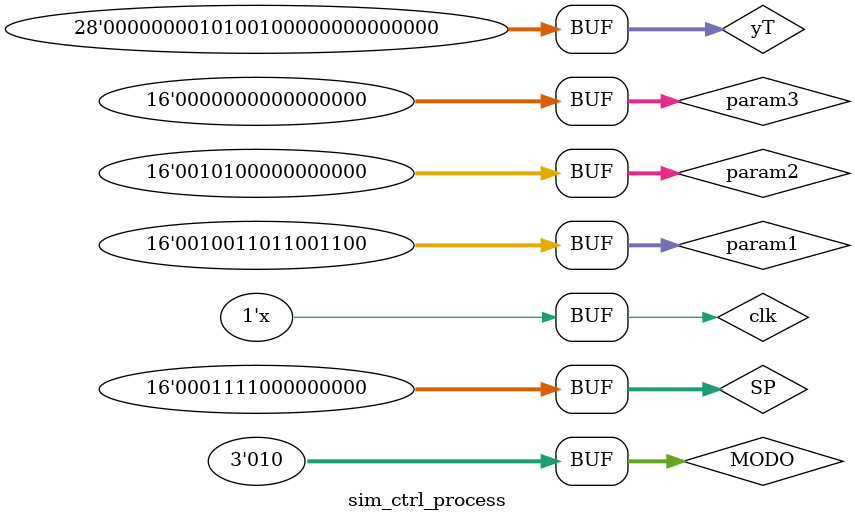
<source format=v>
`timescale 1ps / 1ps

module sim_ctrl_process;

//Parameterized values
    
        // Inputs
        reg clk;
        reg [2:0] MODO;
        reg [15:0] SP;
        reg [27:0] yT;
        reg [15:0] param1;
        reg [15:0] param2;
        reg [15:0] param3;

     
//        // Outputs
        wire [9:0] CV;
        wire [2:0] mode_ind;
        wire [15:0] out1;
        wire ind_ctrl;

        process_v p1 (clk,SP,MODO,param1,param2,param3,yT,CV,out1,mode_ind,ind_ctrl);
    
        initial begin
            clk = 0;
            MODO = 2;
            SP = 7680;
            yT = 671744;
            param1 = 9932;
            param2 = 10240;
            param3 = 0;
        end
        
        always
        begin
            #5 clk = ~clk;
        end
        
endmodule

</source>
